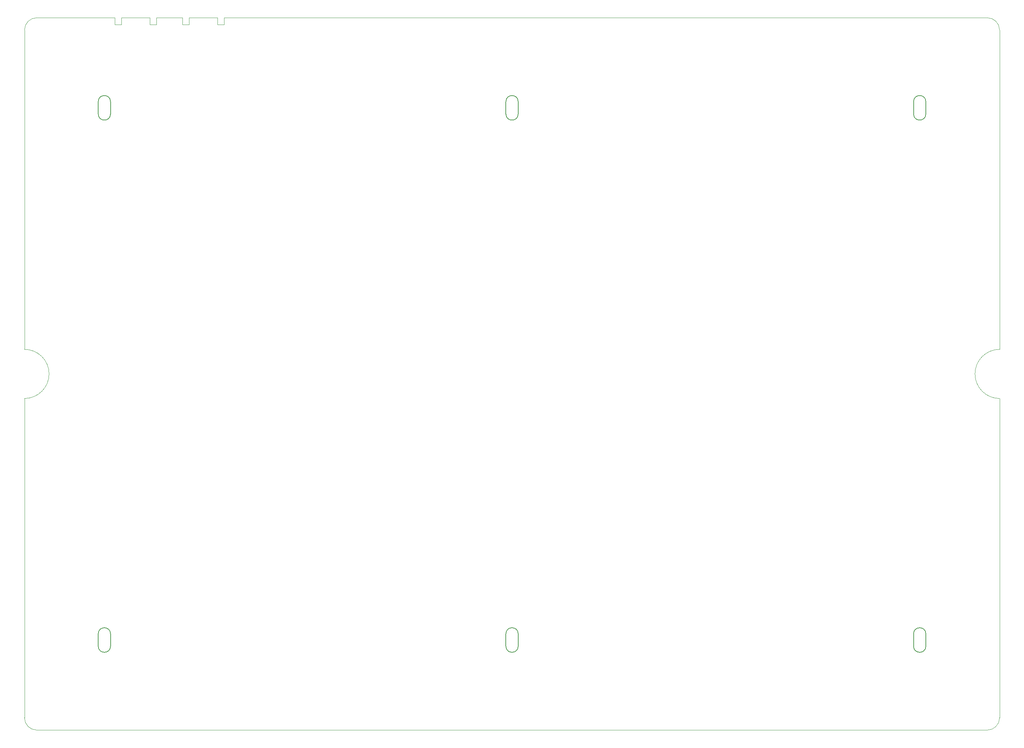
<source format=gbr>
%TF.GenerationSoftware,KiCad,Pcbnew,(5.1.12)-1*%
%TF.CreationDate,2023-08-15T20:50:01-04:00*%
%TF.ProjectId,Revision 4,52657669-7369-46f6-9e20-342e6b696361,3*%
%TF.SameCoordinates,Original*%
%TF.FileFunction,Profile,NP*%
%FSLAX46Y46*%
G04 Gerber Fmt 4.6, Leading zero omitted, Abs format (unit mm)*
G04 Created by KiCad (PCBNEW (5.1.12)-1) date 2023-08-15 20:50:01*
%MOMM*%
%LPD*%
G01*
G04 APERTURE LIST*
%TA.AperFunction,Profile*%
%ADD10C,0.050000*%
%TD*%
%TA.AperFunction,Profile*%
%ADD11C,0.150000*%
%TD*%
G04 APERTURE END LIST*
D10*
X42062400Y-20002500D02*
X23000000Y-20000000D01*
X42062400Y-21653500D02*
X42062400Y-20002500D01*
X43675300Y-21653500D02*
X42062400Y-21653500D01*
X43675300Y-20002500D02*
X43675300Y-21653500D01*
X50558700Y-20002500D02*
X43675300Y-20002500D01*
X50558700Y-21653500D02*
X50558700Y-20002500D01*
X52171600Y-21653500D02*
X50558700Y-21653500D01*
X52171600Y-20002500D02*
X52171600Y-21653500D01*
X58559700Y-20002500D02*
X52171600Y-20002500D01*
X58559700Y-21653500D02*
X58559700Y-20002500D01*
X60185300Y-21653500D02*
X58559700Y-21653500D01*
X60185300Y-20002500D02*
X60185300Y-21653500D01*
X67068700Y-20002500D02*
X60185300Y-20002500D01*
X67068700Y-21653500D02*
X67068700Y-20002500D01*
X68694300Y-21653500D02*
X67068700Y-21653500D01*
X68694300Y-20002500D02*
X68694300Y-21653500D01*
X70459600Y-20002500D02*
X68694300Y-20002500D01*
X90805000Y-20002500D02*
X70459600Y-20002500D01*
D11*
X140500000Y-170500000D02*
X140500000Y-173500000D01*
D10*
X90805000Y-20002500D02*
X255000000Y-20002500D01*
X23000000Y-194000000D02*
X255000000Y-194000000D01*
D11*
X41000000Y-170500000D02*
X41000000Y-173500000D01*
X41000000Y-173500000D02*
G75*
G02*
X38000000Y-173500000I-1500000J0D01*
G01*
X38000000Y-170500000D02*
G75*
G02*
X41000000Y-170500000I1500000J0D01*
G01*
X38000000Y-170500000D02*
X38000000Y-173500000D01*
X140500000Y-173500000D02*
G75*
G02*
X137500000Y-173500000I-1500000J0D01*
G01*
X137500000Y-170500000D02*
G75*
G02*
X140500000Y-170500000I1500000J0D01*
G01*
X137500000Y-170500000D02*
X137500000Y-173500000D01*
X240000000Y-170500000D02*
X240000000Y-173500000D01*
X240000000Y-173500000D02*
G75*
G02*
X237000000Y-173500000I-1500000J0D01*
G01*
X237000000Y-170500000D02*
G75*
G02*
X240000000Y-170500000I1500000J0D01*
G01*
X237000000Y-170500000D02*
X237000000Y-173500000D01*
X240000000Y-40500000D02*
X240000000Y-43500000D01*
X240000000Y-43500000D02*
G75*
G02*
X237000000Y-43500000I-1500000J0D01*
G01*
X237000000Y-40500000D02*
G75*
G02*
X240000000Y-40500000I1500000J0D01*
G01*
X237000000Y-40500000D02*
X237000000Y-43500000D01*
X41000000Y-40500000D02*
X41000000Y-43500000D01*
X41000000Y-43500000D02*
G75*
G02*
X38000000Y-43500000I-1500000J0D01*
G01*
X38000000Y-40500000D02*
G75*
G02*
X41000000Y-40500000I1500000J0D01*
G01*
X38000000Y-40500000D02*
X38000000Y-43500000D01*
X137500000Y-40500000D02*
X137500000Y-43500000D01*
X137500000Y-40500000D02*
G75*
G02*
X140500000Y-40500000I1500000J0D01*
G01*
X140500000Y-43500000D02*
G75*
G02*
X137500000Y-43500000I-1500000J0D01*
G01*
X140500000Y-40500000D02*
X140500000Y-43500000D01*
D10*
X20000000Y-101000000D02*
G75*
G02*
X20000000Y-113000000I0J-6000000D01*
G01*
X258000000Y-113000000D02*
X258000000Y-191000000D01*
X258000000Y-23000000D02*
X258000000Y-101000000D01*
X20000000Y-191000000D02*
X20000000Y-113000000D01*
X255000000Y-20000000D02*
G75*
G02*
X258000000Y-23000000I0J-3000000D01*
G01*
X258000000Y-191000000D02*
G75*
G02*
X255000000Y-194000000I-3000000J0D01*
G01*
X23000000Y-194000000D02*
G75*
G02*
X20000000Y-191000000I0J3000000D01*
G01*
X20000000Y-101000000D02*
X20000000Y-23000000D01*
X20000000Y-23000000D02*
G75*
G02*
X23000000Y-20000000I3000000J0D01*
G01*
X258000000Y-113000000D02*
G75*
G02*
X258000000Y-101000000I0J6000000D01*
G01*
M02*

</source>
